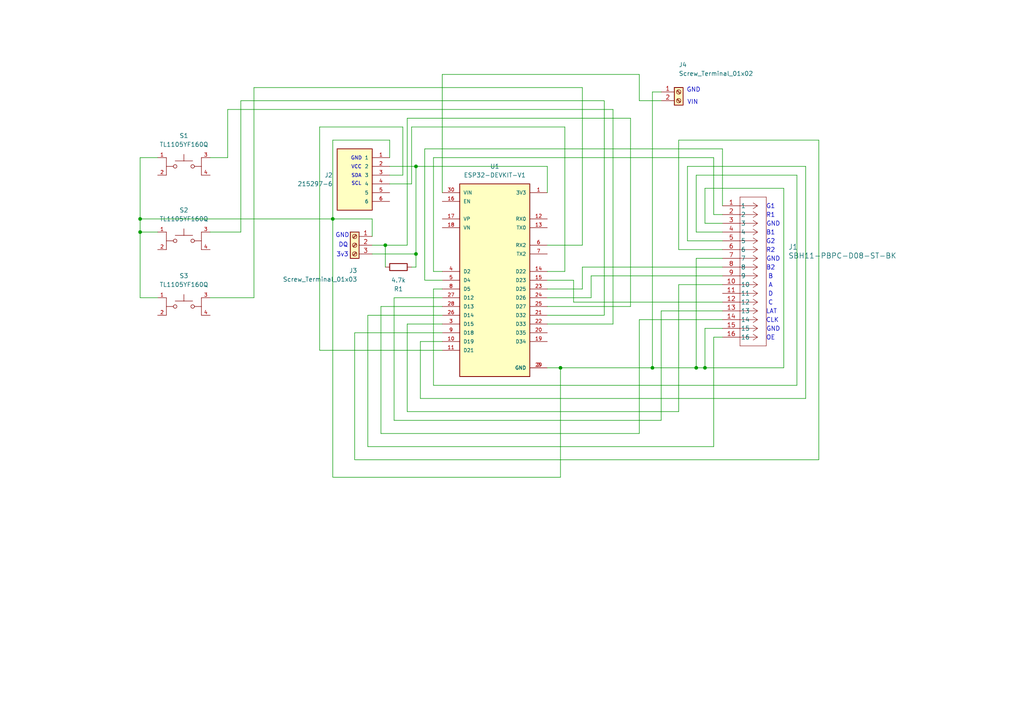
<source format=kicad_sch>
(kicad_sch (version 20250114) (generator "eeschema") (generator_version "9.0")
  (paper "A4")
  (lib_symbols
    (symbol "2025-08-25_13-41-09:SBH11-PBPC-D08-ST-BK" (pin_names (offset 0.254))
      (property "Reference" "J" (at 8.89 6.35 0))
      (property "Value" "SBH11-PBPC-D08-ST-BK" (at 0 0 0))
      (symbol "SBH11-PBPC-D08-ST-BK_1_1"
        (polyline (pts (xy 5.08 2.54) (xy 5.08 -40.64)) (stroke (width 0.127)))
        (polyline (pts (xy 5.08 -40.64) (xy 12.7 -40.64)) (stroke (width 0.127)))
        (polyline (pts (xy 10.16 0) (xy 5.08 0)) (stroke (width 0.127)))
        (polyline (pts (xy 10.16 0) (xy 8.89 0.8467)) (stroke (width 0.127)))
        (polyline (pts (xy 10.16 0) (xy 8.89 -0.8467)) (stroke (width 0.127)))
        (polyline (pts (xy 10.16 -2.54) (xy 5.08 -2.54)) (stroke (width 0.127)))
        (polyline (pts (xy 10.16 -2.54) (xy 8.89 -1.6933)) (stroke (width 0.127)))
        (polyline (pts (xy 10.16 -2.54) (xy 8.89 -3.3867)) (stroke (width 0.127)))
        (polyline (pts (xy 10.16 -5.08) (xy 5.08 -5.08)) (stroke (width 0.127)))
        (polyline (pts (xy 10.16 -5.08) (xy 8.89 -4.2333)) (stroke (width 0.127)))
        (polyline (pts (xy 10.16 -5.08) (xy 8.89 -5.9267)) (stroke (width 0.127)))
        (polyline (pts (xy 10.16 -7.62) (xy 5.08 -7.62)) (stroke (width 0.127)))
        (polyline (pts (xy 10.16 -7.62) (xy 8.89 -6.7733)) (stroke (width 0.127)))
        (polyline (pts (xy 10.16 -7.62) (xy 8.89 -8.4667)) (stroke (width 0.127)))
        (polyline (pts (xy 10.16 -10.16) (xy 5.08 -10.16)) (stroke (width 0.127)))
        (polyline (pts (xy 10.16 -10.16) (xy 8.89 -9.3133)) (stroke (width 0.127)))
        (polyline (pts (xy 10.16 -10.16) (xy 8.89 -11.0067)) (stroke (width 0.127)))
        (polyline (pts (xy 10.16 -12.7) (xy 5.08 -12.7)) (stroke (width 0.127)))
        (polyline (pts (xy 10.16 -12.7) (xy 8.89 -11.8533)) (stroke (width 0.127)))
        (polyline (pts (xy 10.16 -12.7) (xy 8.89 -13.5467)) (stroke (width 0.127)))
        (polyline (pts (xy 10.16 -15.24) (xy 5.08 -15.24)) (stroke (width 0.127)))
        (polyline (pts (xy 10.16 -15.24) (xy 8.89 -14.3933)) (stroke (width 0.127)))
        (polyline (pts (xy 10.16 -15.24) (xy 8.89 -16.0867)) (stroke (width 0.127)))
        (polyline (pts (xy 10.16 -17.78) (xy 5.08 -17.78)) (stroke (width 0.127)))
        (polyline (pts (xy 10.16 -17.78) (xy 8.89 -16.9333)) (stroke (width 0.127)))
        (polyline (pts (xy 10.16 -17.78) (xy 8.89 -18.6267)) (stroke (width 0.127)))
        (polyline (pts (xy 10.16 -20.32) (xy 5.08 -20.32)) (stroke (width 0.127)))
        (polyline (pts (xy 10.16 -20.32) (xy 8.89 -19.4733)) (stroke (width 0.127)))
        (polyline (pts (xy 10.16 -20.32) (xy 8.89 -21.1667)) (stroke (width 0.127)))
        (polyline (pts (xy 10.16 -22.86) (xy 5.08 -22.86)) (stroke (width 0.127)))
        (polyline (pts (xy 10.16 -22.86) (xy 8.89 -22.0133)) (stroke (width 0.127)))
        (polyline (pts (xy 10.16 -22.86) (xy 8.89 -23.7067)) (stroke (width 0.127)))
        (polyline (pts (xy 10.16 -25.4) (xy 5.08 -25.4)) (stroke (width 0.127)))
        (polyline (pts (xy 10.16 -25.4) (xy 8.89 -24.5533)) (stroke (width 0.127)))
        (polyline (pts (xy 10.16 -25.4) (xy 8.89 -26.2467)) (stroke (width 0.127)))
        (polyline (pts (xy 10.16 -27.94) (xy 5.08 -27.94)) (stroke (width 0.127)))
        (polyline (pts (xy 10.16 -27.94) (xy 8.89 -27.0933)) (stroke (width 0.127)))
        (polyline (pts (xy 10.16 -27.94) (xy 8.89 -28.7867)) (stroke (width 0.127)))
        (polyline (pts (xy 10.16 -30.48) (xy 5.08 -30.48)) (stroke (width 0.127)))
        (polyline (pts (xy 10.16 -30.48) (xy 8.89 -29.6333)) (stroke (width 0.127)))
        (polyline (pts (xy 10.16 -30.48) (xy 8.89 -31.3267)) (stroke (width 0.127)))
        (polyline (pts (xy 10.16 -33.02) (xy 5.08 -33.02)) (stroke (width 0.127)))
        (polyline (pts (xy 10.16 -33.02) (xy 8.89 -32.1733)) (stroke (width 0.127)))
        (polyline (pts (xy 10.16 -33.02) (xy 8.89 -33.8667)) (stroke (width 0.127)))
        (polyline (pts (xy 10.16 -35.56) (xy 5.08 -35.56)) (stroke (width 0.127)))
        (polyline (pts (xy 10.16 -35.56) (xy 8.89 -34.7133)) (stroke (width 0.127)))
        (polyline (pts (xy 10.16 -35.56) (xy 8.89 -36.4067)) (stroke (width 0.127)))
        (polyline (pts (xy 10.16 -38.1) (xy 5.08 -38.1)) (stroke (width 0.127)))
        (polyline (pts (xy 10.16 -38.1) (xy 8.89 -37.2533)) (stroke (width 0.127)))
        (polyline (pts (xy 10.16 -38.1) (xy 8.89 -38.9467)) (stroke (width 0.127)))
        (polyline (pts (xy 12.7 2.54) (xy 5.08 2.54)) (stroke (width 0.127)))
        (polyline (pts (xy 12.7 -40.64) (xy 12.7 2.54)) (stroke (width 0.127)))
        (pin unspecified line (at 0 0 0) (length 5.08) (name "1") (number "1"))
        (pin unspecified line (at 0 -2.54 0) (length 5.08) (name "2") (number "2"))
        (pin unspecified line (at 0 -5.08 0) (length 5.08) (name "3") (number "3"))
        (pin unspecified line (at 0 -7.62 0) (length 5.08) (name "4") (number "4"))
        (pin unspecified line (at 0 -10.16 0) (length 5.08) (name "5") (number "5"))
        (pin unspecified line (at 0 -12.7 0) (length 5.08) (name "6") (number "6"))
        (pin unspecified line (at 0 -15.24 0) (length 5.08) (name "7") (number "7"))
        (pin unspecified line (at 0 -17.78 0) (length 5.08) (name "8") (number "8"))
        (pin unspecified line (at 0 -20.32 0) (length 5.08) (name "9") (number "9"))
        (pin unspecified line (at 0 -22.86 0) (length 5.08) (name "10") (number "10"))
        (pin unspecified line (at 0 -25.4 0) (length 5.08) (name "11") (number "11"))
        (pin unspecified line (at 0 -27.94 0) (length 5.08) (name "12") (number "12"))
        (pin unspecified line (at 0 -30.48 0) (length 5.08) (name "13") (number "13"))
        (pin unspecified line (at 0 -33.02 0) (length 5.08) (name "14") (number "14"))
        (pin unspecified line (at 0 -35.56 0) (length 5.08) (name "15") (number "15"))
        (pin unspecified line (at 0 -38.1 0) (length 5.08) (name "16") (number "16"))
      )
      (symbol "SBH11-PBPC-D08-ST-BK_1_2"
        (polyline (pts (xy 5.08 2.54) (xy 5.08 -40.64)) (stroke (width 0.127)))
        (polyline (pts (xy 5.08 -40.64) (xy 12.7 -40.64)) (stroke (width 0.127)))
        (polyline (pts (xy 7.62 0) (xy 5.08 0)) (stroke (width 0.127)))
        (polyline (pts (xy 7.62 0) (xy 8.89 0.8467)) (stroke (width 0.127)))
        (polyline (pts (xy 7.62 0) (xy 8.89 -0.8467)) (stroke (width 0.127)))
        (polyline (pts (xy 7.62 -2.54) (xy 5.08 -2.54)) (stroke (width 0.127)))
        (polyline (pts (xy 7.62 -2.54) (xy 8.89 -1.6933)) (stroke (width 0.127)))
        (polyline (pts (xy 7.62 -2.54) (xy 8.89 -3.3867)) (stroke (width 0.127)))
        (polyline (pts (xy 7.62 -5.08) (xy 5.08 -5.08)) (stroke (width 0.127)))
        (polyline (pts (xy 7.62 -5.08) (xy 8.89 -4.2333)) (stroke (width 0.127)))
        (polyline (pts (xy 7.62 -5.08) (xy 8.89 -5.9267)) (stroke (width 0.127)))
        (polyline (pts (xy 7.62 -7.62) (xy 5.08 -7.62)) (stroke (width 0.127)))
        (polyline (pts (xy 7.62 -7.62) (xy 8.89 -6.7733)) (stroke (width 0.127)))
        (polyline (pts (xy 7.62 -7.62) (xy 8.89 -8.4667)) (stroke (width 0.127)))
        (polyline (pts (xy 7.62 -10.16) (xy 5.08 -10.16)) (stroke (width 0.127)))
        (polyline (pts (xy 7.62 -10.16) (xy 8.89 -9.3133)) (stroke (width 0.127)))
        (polyline (pts (xy 7.62 -10.16) (xy 8.89 -11.0067)) (stroke (width 0.127)))
        (polyline (pts (xy 7.62 -12.7) (xy 5.08 -12.7)) (stroke (width 0.127)))
        (polyline (pts (xy 7.62 -12.7) (xy 8.89 -11.8533)) (stroke (width 0.127)))
        (polyline (pts (xy 7.62 -12.7) (xy 8.89 -13.5467)) (stroke (width 0.127)))
        (polyline (pts (xy 7.62 -15.24) (xy 5.08 -15.24)) (stroke (width 0.127)))
        (polyline (pts (xy 7.62 -15.24) (xy 8.89 -14.3933)) (stroke (width 0.127)))
        (polyline (pts (xy 7.62 -15.24) (xy 8.89 -16.0867)) (stroke (width 0.127)))
        (polyline (pts (xy 7.62 -17.78) (xy 5.08 -17.78)) (stroke (width 0.127)))
        (polyline (pts (xy 7.62 -17.78) (xy 8.89 -16.9333)) (stroke (width 0.127)))
        (polyline (pts (xy 7.62 -17.78) (xy 8.89 -18.6267)) (stroke (width 0.127)))
        (polyline (pts (xy 7.62 -20.32) (xy 5.08 -20.32)) (stroke (width 0.127)))
        (polyline (pts (xy 7.62 -20.32) (xy 8.89 -19.4733)) (stroke (width 0.127)))
        (polyline (pts (xy 7.62 -20.32) (xy 8.89 -21.1667)) (stroke (width 0.127)))
        (polyline (pts (xy 7.62 -22.86) (xy 5.08 -22.86)) (stroke (width 0.127)))
        (polyline (pts (xy 7.62 -22.86) (xy 8.89 -22.0133)) (stroke (width 0.127)))
        (polyline (pts (xy 7.62 -22.86) (xy 8.89 -23.7067)) (stroke (width 0.127)))
        (polyline (pts (xy 7.62 -25.4) (xy 5.08 -25.4)) (stroke (width 0.127)))
        (polyline (pts (xy 7.62 -25.4) (xy 8.89 -24.5533)) (stroke (width 0.127)))
        (polyline (pts (xy 7.62 -25.4) (xy 8.89 -26.2467)) (stroke (width 0.127)))
        (polyline (pts (xy 7.62 -27.94) (xy 5.08 -27.94)) (stroke (width 0.127)))
        (polyline (pts (xy 7.62 -27.94) (xy 8.89 -27.0933)) (stroke (width 0.127)))
        (polyline (pts (xy 7.62 -27.94) (xy 8.89 -28.7867)) (stroke (width 0.127)))
        (polyline (pts (xy 7.62 -30.48) (xy 5.08 -30.48)) (stroke (width 0.127)))
        (polyline (pts (xy 7.62 -30.48) (xy 8.89 -29.6333)) (stroke (width 0.127)))
        (polyline (pts (xy 7.62 -30.48) (xy 8.89 -31.3267)) (stroke (width 0.127)))
        (polyline (pts (xy 7.62 -33.02) (xy 5.08 -33.02)) (stroke (width 0.127)))
        (polyline (pts (xy 7.62 -33.02) (xy 8.89 -32.1733)) (stroke (width 0.127)))
        (polyline (pts (xy 7.62 -33.02) (xy 8.89 -33.8667)) (stroke (width 0.127)))
        (polyline (pts (xy 7.62 -35.56) (xy 5.08 -35.56)) (stroke (width 0.127)))
        (polyline (pts (xy 7.62 -35.56) (xy 8.89 -34.7133)) (stroke (width 0.127)))
        (polyline (pts (xy 7.62 -35.56) (xy 8.89 -36.4067)) (stroke (width 0.127)))
        (polyline (pts (xy 7.62 -38.1) (xy 5.08 -38.1)) (stroke (width 0.127)))
        (polyline (pts (xy 7.62 -38.1) (xy 8.89 -37.2533)) (stroke (width 0.127)))
        (polyline (pts (xy 7.62 -38.1) (xy 8.89 -38.9467)) (stroke (width 0.127)))
        (polyline (pts (xy 12.7 2.54) (xy 5.08 2.54)) (stroke (width 0.127)))
        (polyline (pts (xy 12.7 -40.64) (xy 12.7 2.54)) (stroke (width 0.127)))
        (pin unspecified line (at 0 0 0) (length 5.08) (name "1") (number "1"))
        (pin unspecified line (at 0 -2.54 0) (length 5.08) (name "2") (number "2"))
        (pin unspecified line (at 0 -5.08 0) (length 5.08) (name "3") (number "3"))
        (pin unspecified line (at 0 -7.62 0) (length 5.08) (name "4") (number "4"))
        (pin unspecified line (at 0 -10.16 0) (length 5.08) (name "5") (number "5"))
        (pin unspecified line (at 0 -12.7 0) (length 5.08) (name "6") (number "6"))
        (pin unspecified line (at 0 -15.24 0) (length 5.08) (name "7") (number "7"))
        (pin unspecified line (at 0 -17.78 0) (length 5.08) (name "8") (number "8"))
        (pin unspecified line (at 0 -20.32 0) (length 5.08) (name "9") (number "9"))
        (pin unspecified line (at 0 -22.86 0) (length 5.08) (name "10") (number "10"))
        (pin unspecified line (at 0 -25.4 0) (length 5.08) (name "11") (number "11"))
        (pin unspecified line (at 0 -27.94 0) (length 5.08) (name "12") (number "12"))
        (pin unspecified line (at 0 -30.48 0) (length 5.08) (name "13") (number "13"))
        (pin unspecified line (at 0 -33.02 0) (length 5.08) (name "14") (number "14"))
        (pin unspecified line (at 0 -35.56 0) (length 5.08) (name "15") (number "15"))
        (pin unspecified line (at 0 -38.1 0) (length 5.08) (name "16") (number "16"))
      )
    )
    (symbol "215297-6:215297-6" (pin_names (offset 1.016))
      (property "Reference" "J" (at -5.58 10.16 0))
      (property "Value" "215297-6" (at -5.08 -10.16 0))
      (symbol "215297-6_0_0"
        (rectangle (start -5.08 -7.62) (end 5.08 10.16) (stroke (width 0.254)) (fill (type background)))
        (pin passive line (at -10.16 7.62 0) (length 5.08) (name "1") (number "1"))
        (pin passive line (at -10.16 5.08 0) (length 5.08) (name "2") (number "2"))
        (pin passive line (at -10.16 2.54 0) (length 5.08) (name "3") (number "3"))
        (pin passive line (at -10.16 0 0) (length 5.08) (name "4") (number "4"))
        (pin passive line (at -10.16 -2.54 0) (length 5.08) (name "5") (number "5"))
        (pin passive line (at -10.16 -5.08 0) (length 5.08) (name "6") (number "6"))
      )
    )
    (symbol "Connector:Screw_Terminal_01x02" (pin_names (offset 1.016) (hide yes))
      (property "Reference" "J" (at 0 2.54 0))
      (property "Value" "Screw_Terminal_01x02" (at 0 -5.08 0))
      (symbol "Screw_Terminal_01x02_1_1"
        (rectangle (start -1.27 1.27) (end 1.27 -3.81) (stroke (width 0.254)) (fill (type background)))
        (polyline (pts (xy -0.5334 0.3302) (xy 0.3302 -0.508)) (stroke (width 0.1524)))
        (polyline (pts (xy -0.5334 -2.2098) (xy 0.3302 -3.048)) (stroke (width 0.1524)))
        (polyline (pts (xy -0.3556 0.508) (xy 0.508 -0.3302)) (stroke (width 0.1524)))
        (polyline (pts (xy -0.3556 -2.032) (xy 0.508 -2.8702)) (stroke (width 0.1524)))
        (circle (center 0 0) (radius 0.635) (stroke (width 0.1524)))
        (circle (center 0 -2.54) (radius 0.635) (stroke (width 0.1524)))
        (pin passive line (at -5.08 0 0) (length 3.81) (name "Pin_1") (number "1"))
        (pin passive line (at -5.08 -2.54 0) (length 3.81) (name "Pin_2") (number "2"))
      )
    )
    (symbol "Connector:Screw_Terminal_01x03" (pin_names (offset 1.016) (hide yes))
      (property "Reference" "J" (at 0 5.08 0))
      (property "Value" "Screw_Terminal_01x03" (at 0 -5.08 0))
      (symbol "Screw_Terminal_01x03_1_1"
        (rectangle (start -1.27 3.81) (end 1.27 -3.81) (stroke (width 0.254)) (fill (type background)))
        (polyline (pts (xy -0.5334 2.8702) (xy 0.3302 2.032)) (stroke (width 0.1524)))
        (polyline (pts (xy -0.5334 0.3302) (xy 0.3302 -0.508)) (stroke (width 0.1524)))
        (polyline (pts (xy -0.5334 -2.2098) (xy 0.3302 -3.048)) (stroke (width 0.1524)))
        (polyline (pts (xy -0.3556 3.048) (xy 0.508 2.2098)) (stroke (width 0.1524)))
        (polyline (pts (xy -0.3556 0.508) (xy 0.508 -0.3302)) (stroke (width 0.1524)))
        (polyline (pts (xy -0.3556 -2.032) (xy 0.508 -2.8702)) (stroke (width 0.1524)))
        (circle (center 0 2.54) (radius 0.635) (stroke (width 0.1524)))
        (circle (center 0 0) (radius 0.635) (stroke (width 0.1524)))
        (circle (center 0 -2.54) (radius 0.635) (stroke (width 0.1524)))
        (pin passive line (at -5.08 2.54 0) (length 3.81) (name "Pin_1") (number "1"))
        (pin passive line (at -5.08 0 0) (length 3.81) (name "Pin_2") (number "2"))
        (pin passive line (at -5.08 -2.54 0) (length 3.81) (name "Pin_3") (number "3"))
      )
    )
    (symbol "Device:R" (pin_numbers (hide yes)) (pin_names (offset 0))
      (property "Reference" "R" (at 2.032 0 90))
      (property "Value" "R" (at 0 0 90))
      (symbol "R_0_1"
        (rectangle (start -1.016 -2.54) (end 1.016 2.54) (stroke (width 0.254)))
      )
      (symbol "R_1_1"
        (pin passive line (at 0 3.81 270) (length 1.27) (name "~") (number "1"))
        (pin passive line (at 0 -3.81 90) (length 1.27) (name "~") (number "2"))
      )
    )
    (symbol "ESP32-DEVKIT-V1:ESP32-DEVKIT-V1" (pin_names (offset 1.016))
      (property "Reference" "U" (at -10.16 30.48 0))
      (property "Value" "ESP32-DEVKIT-V1" (at -10.16 -30.48 0))
      (symbol "ESP32-DEVKIT-V1_0_0"
        (rectangle (start -10.16 -27.94) (end 10.16 27.94) (stroke (width 0.254)) (fill (type background)))
        (pin input line (at -15.24 25.4 0) (length 5.08) (name "VIN") (number "30"))
        (pin input line (at -15.24 22.86 0) (length 5.08) (name "EN") (number "16"))
        (pin bidirectional line (at -15.24 17.78 0) (length 5.08) (name "VP") (number "17"))
        (pin bidirectional line (at -15.24 15.24 0) (length 5.08) (name "VN") (number "18"))
        (pin bidirectional line (at -15.24 2.54 0) (length 5.08) (name "D2") (number "4"))
        (pin bidirectional line (at -15.24 0 0) (length 5.08) (name "D4") (number "5"))
        (pin bidirectional line (at -15.24 -2.54 0) (length 5.08) (name "D5") (number "8"))
        (pin bidirectional line (at -15.24 -5.08 0) (length 5.08) (name "D12") (number "27"))
        (pin bidirectional line (at -15.24 -7.62 0) (length 5.08) (name "D13") (number "28"))
        (pin bidirectional line (at -15.24 -10.16 0) (length 5.08) (name "D14") (number "26"))
        (pin bidirectional line (at -15.24 -12.7 0) (length 5.08) (name "D15") (number "3"))
        (pin bidirectional line (at -15.24 -15.24 0) (length 5.08) (name "D18") (number "9"))
        (pin bidirectional line (at -15.24 -17.78 0) (length 5.08) (name "D19") (number "10"))
        (pin bidirectional line (at -15.24 -20.32 0) (length 5.08) (name "D21") (number "11"))
        (pin output line (at 15.24 25.4 180) (length 5.08) (name "3V3") (number "1"))
        (pin input line (at 15.24 17.78 180) (length 5.08) (name "RX0") (number "12"))
        (pin output line (at 15.24 15.24 180) (length 5.08) (name "TX0") (number "13"))
        (pin input line (at 15.24 10.16 180) (length 5.08) (name "RX2") (number "6"))
        (pin output line (at 15.24 7.62 180) (length 5.08) (name "TX2") (number "7"))
        (pin bidirectional line (at 15.24 2.54 180) (length 5.08) (name "D22") (number "14"))
        (pin bidirectional line (at 15.24 0 180) (length 5.08) (name "D23") (number "15"))
        (pin bidirectional line (at 15.24 -2.54 180) (length 5.08) (name "D25") (number "23"))
        (pin bidirectional line (at 15.24 -5.08 180) (length 5.08) (name "D26") (number "24"))
        (pin bidirectional line (at 15.24 -7.62 180) (length 5.08) (name "D27") (number "25"))
        (pin bidirectional line (at 15.24 -10.16 180) (length 5.08) (name "D32") (number "21"))
        (pin bidirectional line (at 15.24 -12.7 180) (length 5.08) (name "D33") (number "22"))
        (pin bidirectional line (at 15.24 -15.24 180) (length 5.08) (name "D35") (number "20"))
        (pin bidirectional line (at 15.24 -17.78 180) (length 5.08) (name "D34") (number "19"))
        (pin power_in line (at 15.24 -25.4 180) (length 5.08) (name "GND") (number "2"))
        (pin power_in line (at 15.24 -25.4 180) (length 5.08) (name "GND") (number "29"))
      )
    )
    (symbol "TL1105YF160Q:TL1105YF160Q" (pin_names (offset 1.016))
      (property "Reference" "S" (at -5.08 5.08 0))
      (property "Value" "TL1105YF160Q" (at -5.08 -5.08 0))
      (symbol "TL1105YF160Q_0_0"
        (polyline (pts (xy -5.08 2.54) (xy -5.08 -2.54)) (stroke (width 0.1524)))
        (polyline (pts (xy -5.08 0) (xy -3.048 0)) (stroke (width 0.1524)))
        (polyline (pts (xy -2.54 1.5875) (xy 0 1.5875)) (stroke (width 0.1524)))
        (circle (center -2.54 0) (radius 0.508) (stroke (width 0.1524)))
        (polyline (pts (xy 0 1.5875) (xy 0 3.4925)) (stroke (width 0.1524)))
        (polyline (pts (xy 0 1.5875) (xy 2.54 1.5875)) (stroke (width 0.1524)))
        (circle (center 2.54 0) (radius 0.508) (stroke (width 0.1524)))
        (polyline (pts (xy 5.08 2.54) (xy 5.08 -2.54)) (stroke (width 0.1524)))
        (polyline (pts (xy 5.08 0) (xy 3.048 0)) (stroke (width 0.1524)))
        (pin passive line (at -7.62 2.54 0) (length 2.54) (name "~") (number "1"))
        (pin passive line (at -7.62 -2.54 0) (length 2.54) (name "~") (number "2"))
        (pin passive line (at 7.62 2.54 180) (length 2.54) (name "~") (number "3"))
        (pin passive line (at 7.62 -2.54 180) (length 2.54) (name "~") (number "4"))
      )
    )
  )
  (text "GND" (at 224.282 65.024 0) (effects (font (size 1.27 1.27))))
  (text "B1" (at 223.52 67.564 0) (effects (font (size 1.27 1.27))))
  (text "VCC" (at 103.378 48.514 0) (effects (font (size 1.016 1.016))))
  (text "C" (at 223.52 87.884 0) (effects (font (size 1.27 1.27))))
  (text "D" (at 223.52 85.344 0) (effects (font (size 1.27 1.27))))
  (text "SDA" (at 103.378 51.054 0) (effects (font (size 1.016 1.016))))
  (text "OE" (at 223.52 98.044 0) (effects (font (size 1.27 1.27))))
  (text "SCL" (at 103.378 53.34 0) (effects (font (size 1.016 1.016))))
  (text "3v3" (at 99.314 73.914 0) (effects (font (size 1.27 1.27))))
  (text "R1" (at 223.52 62.484 0) (effects (font (size 1.27 1.27))))
  (text "R2" (at 223.52 72.644 0) (effects (font (size 1.27 1.27))))
  (text "G1" (at 223.52 59.944 0) (effects (font (size 1.27 1.27))))
  (text "GND" (at 224.282 75.184 0) (effects (font (size 1.27 1.27))))
  (text "GND" (at 99.314 68.326 0) (effects (font (size 1.27 1.27))))
  (text "CLK" (at 224.028 92.964 0) (effects (font (size 1.27 1.27))))
  (text "B2" (at 223.52 77.724 0) (effects (font (size 1.27 1.27))))
  (text "GND" (at 201.168 26.162 0) (effects (font (size 1.27 1.27))))
  (text "VIN" (at 200.914 29.718 0) (effects (font (size 1.27 1.27))))
  (text "A" (at 223.52 82.804 0) (effects (font (size 1.27 1.27))))
  (text "GND" (at 224.282 95.504 0) (effects (font (size 1.27 1.27))))
  (text "DQ" (at 99.568 71.12 0) (effects (font (size 1.27 1.27))))
  (text "GND" (at 103.378 45.974 0) (effects (font (size 1.016 1.016))))
  (text "B" (at 223.52 80.264 0) (effects (font (size 1.27 1.27))))
  (text "G2" (at 223.52 70.104 0) (effects (font (size 1.27 1.27))))
  (text "LAT" (at 223.774 90.424 0) (effects (font (size 1.27 1.27))))
  (junction (at 111.76 71.12))
  (junction (at 120.65 73.66))
  (junction (at 162.56 106.68))
  (junction (at 96.52 63.5))
  (junction (at 40.64 63.5))
  (junction (at 204.47 106.68))
  (junction (at 120.65 48.26))
  (junction (at 189.23 106.68))
  (junction (at 201.93 106.68))
  (junction (at 40.64 67.31))
  (wire (pts (xy 158.75 88.9) (xy 182.88 88.9)))
  (wire (pts (xy 177.8 93.98) (xy 177.8 31.75)))
  (wire (pts (xy 107.95 73.66) (xy 120.65 73.66)))
  (wire (pts (xy 158.75 48.26) (xy 158.75 55.88)))
  (wire (pts (xy 114.3 86.36) (xy 128.27 86.36)))
  (wire (pts (xy 123.19 81.28) (xy 128.27 81.28)))
  (wire (pts (xy 185.42 21.59) (xy 185.42 29.21)))
  (wire (pts (xy 209.55 87.63) (xy 166.37 87.63)))
  (wire (pts (xy 113.03 40.64) (xy 96.52 40.64)))
  (wire (pts (xy 158.75 71.12) (xy 168.91 71.12)))
  (wire (pts (xy 45.72 86.36) (xy 40.64 86.36)))
  (wire (pts (xy 128.27 83.82) (xy 125.73 83.82)))
  (wire (pts (xy 201.93 67.31) (xy 209.55 67.31)))
  (wire (pts (xy 119.38 53.34) (xy 113.03 53.34)))
  (wire (pts (xy 110.49 125.73) (xy 185.42 125.73)))
  (wire (pts (xy 209.55 95.25) (xy 204.47 95.25)))
  (wire (pts (xy 182.88 88.9) (xy 182.88 34.29)))
  (wire (pts (xy 182.88 34.29) (xy 118.11 34.29)))
  (wire (pts (xy 96.52 63.5) (xy 96.52 138.43)))
  (wire (pts (xy 113.03 48.26) (xy 120.65 48.26)))
  (wire (pts (xy 128.27 101.6) (xy 92.71 101.6)))
  (wire (pts (xy 191.77 26.67) (xy 189.23 26.67)))
  (wire (pts (xy 175.26 29.21) (xy 69.85 29.21)))
  (wire (pts (xy 162.56 106.68) (xy 189.23 106.68)))
  (wire (pts (xy 199.39 69.85) (xy 199.39 48.26)))
  (wire (pts (xy 106.68 129.54) (xy 207.01 129.54)))
  (wire (pts (xy 40.64 67.31) (xy 40.64 86.36)))
  (wire (pts (xy 128.27 78.74) (xy 125.73 78.74)))
  (wire (pts (xy 233.68 48.26) (xy 233.68 115.57)))
  (wire (pts (xy 171.45 80.01) (xy 209.55 80.01)))
  (wire (pts (xy 128.27 88.9) (xy 110.49 88.9)))
  (wire (pts (xy 196.85 119.38) (xy 118.11 119.38)))
  (wire (pts (xy 204.47 54.61) (xy 227.33 54.61)))
  (wire (pts (xy 128.27 91.44) (xy 106.68 91.44)))
  (wire (pts (xy 118.11 34.29) (xy 118.11 71.12)))
  (wire (pts (xy 66.04 31.75) (xy 66.04 45.72)))
  (wire (pts (xy 73.66 25.4) (xy 73.66 86.36)))
  (wire (pts (xy 209.55 82.55) (xy 196.85 82.55)))
  (wire (pts (xy 209.55 77.47) (xy 168.91 77.47)))
  (wire (pts (xy 204.47 95.25) (xy 204.47 106.68)))
  (wire (pts (xy 168.91 83.82) (xy 158.75 83.82)))
  (wire (pts (xy 120.65 73.66) (xy 120.65 48.26)))
  (wire (pts (xy 231.14 111.76) (xy 231.14 50.8)))
  (wire (pts (xy 209.55 64.77) (xy 204.47 64.77)))
  (wire (pts (xy 204.47 64.77) (xy 204.47 54.61)))
  (wire (pts (xy 209.55 74.93) (xy 201.93 74.93)))
  (wire (pts (xy 113.03 45.72) (xy 113.03 40.64)))
  (wire (pts (xy 114.3 121.92) (xy 114.3 86.36)))
  (wire (pts (xy 163.83 36.83) (xy 119.38 36.83)))
  (wire (pts (xy 207.01 97.79) (xy 209.55 97.79)))
  (wire (pts (xy 92.71 101.6) (xy 92.71 36.83)))
  (wire (pts (xy 158.75 91.44) (xy 175.26 91.44)))
  (wire (pts (xy 121.92 99.06) (xy 128.27 99.06)))
  (wire (pts (xy 201.93 50.8) (xy 201.93 67.31)))
  (wire (pts (xy 227.33 106.68) (xy 204.47 106.68)))
  (wire (pts (xy 168.91 25.4) (xy 73.66 25.4)))
  (wire (pts (xy 199.39 48.26) (xy 233.68 48.26)))
  (wire (pts (xy 111.76 71.12) (xy 107.95 71.12)))
  (wire (pts (xy 121.92 115.57) (xy 121.92 99.06)))
  (wire (pts (xy 191.77 121.92) (xy 114.3 121.92)))
  (wire (pts (xy 185.42 92.71) (xy 209.55 92.71)))
  (wire (pts (xy 163.83 78.74) (xy 163.83 36.83)))
  (wire (pts (xy 120.65 48.26) (xy 158.75 48.26)))
  (wire (pts (xy 73.66 86.36) (xy 60.96 86.36)))
  (wire (pts (xy 207.01 45.72) (xy 207.01 62.23)))
  (wire (pts (xy 209.55 72.39) (xy 196.85 72.39)))
  (wire (pts (xy 189.23 26.67) (xy 189.23 106.68)))
  (wire (pts (xy 209.55 59.69) (xy 209.55 43.18)))
  (wire (pts (xy 209.55 69.85) (xy 199.39 69.85)))
  (wire (pts (xy 106.68 91.44) (xy 106.68 129.54)))
  (wire (pts (xy 196.85 82.55) (xy 196.85 119.38)))
  (wire (pts (xy 196.85 40.64) (xy 237.49 40.64)))
  (wire (pts (xy 128.27 55.88) (xy 128.27 21.59)))
  (wire (pts (xy 113.03 50.8) (xy 116.84 50.8)))
  (wire (pts (xy 191.77 90.17) (xy 191.77 121.92)))
  (wire (pts (xy 204.47 106.68) (xy 201.93 106.68)))
  (wire (pts (xy 123.19 43.18) (xy 123.19 81.28)))
  (wire (pts (xy 96.52 63.5) (xy 107.95 63.5)))
  (wire (pts (xy 233.68 115.57) (xy 121.92 115.57)))
  (wire (pts (xy 158.75 81.28) (xy 166.37 81.28)))
  (wire (pts (xy 231.14 50.8) (xy 201.93 50.8)))
  (wire (pts (xy 40.64 63.5) (xy 96.52 63.5)))
  (wire (pts (xy 175.26 91.44) (xy 175.26 29.21)))
  (wire (pts (xy 162.56 106.68) (xy 158.75 106.68)))
  (wire (pts (xy 111.76 71.12) (xy 111.76 77.47)))
  (wire (pts (xy 96.52 40.64) (xy 96.52 63.5)))
  (wire (pts (xy 110.49 88.9) (xy 110.49 125.73)))
  (wire (pts (xy 168.91 77.47) (xy 168.91 83.82)))
  (wire (pts (xy 40.64 67.31) (xy 40.64 63.5)))
  (wire (pts (xy 96.52 138.43) (xy 162.56 138.43)))
  (wire (pts (xy 166.37 87.63) (xy 166.37 81.28)))
  (wire (pts (xy 69.85 67.31) (xy 60.96 67.31)))
  (wire (pts (xy 116.84 36.83) (xy 116.84 50.8)))
  (wire (pts (xy 120.65 77.47) (xy 120.65 73.66)))
  (wire (pts (xy 125.73 78.74) (xy 125.73 45.72)))
  (wire (pts (xy 227.33 54.61) (xy 227.33 106.68)))
  (wire (pts (xy 118.11 71.12) (xy 111.76 71.12)))
  (wire (pts (xy 237.49 133.35) (xy 102.87 133.35)))
  (wire (pts (xy 107.95 68.58) (xy 107.95 63.5)))
  (wire (pts (xy 185.42 125.73) (xy 185.42 92.71)))
  (wire (pts (xy 125.73 45.72) (xy 207.01 45.72)))
  (wire (pts (xy 92.71 36.83) (xy 116.84 36.83)))
  (wire (pts (xy 196.85 72.39) (xy 196.85 40.64)))
  (wire (pts (xy 118.11 119.38) (xy 118.11 93.98)))
  (wire (pts (xy 158.75 86.36) (xy 171.45 86.36)))
  (wire (pts (xy 237.49 40.64) (xy 237.49 133.35)))
  (wire (pts (xy 102.87 133.35) (xy 102.87 96.52)))
  (wire (pts (xy 118.11 93.98) (xy 128.27 93.98)))
  (wire (pts (xy 40.64 45.72) (xy 40.64 63.5)))
  (wire (pts (xy 40.64 67.31) (xy 45.72 67.31)))
  (wire (pts (xy 102.87 96.52) (xy 128.27 96.52)))
  (wire (pts (xy 207.01 62.23) (xy 209.55 62.23)))
  (wire (pts (xy 171.45 86.36) (xy 171.45 80.01)))
  (wire (pts (xy 201.93 74.93) (xy 201.93 106.68)))
  (wire (pts (xy 128.27 21.59) (xy 185.42 21.59)))
  (wire (pts (xy 168.91 71.12) (xy 168.91 25.4)))
  (wire (pts (xy 189.23 106.68) (xy 201.93 106.68)))
  (wire (pts (xy 207.01 129.54) (xy 207.01 97.79)))
  (wire (pts (xy 209.55 43.18) (xy 123.19 43.18)))
  (wire (pts (xy 119.38 36.83) (xy 119.38 53.34)))
  (wire (pts (xy 162.56 138.43) (xy 162.56 106.68)))
  (wire (pts (xy 158.75 93.98) (xy 177.8 93.98)))
  (wire (pts (xy 177.8 31.75) (xy 66.04 31.75)))
  (wire (pts (xy 45.72 45.72) (xy 40.64 45.72)))
  (wire (pts (xy 209.55 90.17) (xy 191.77 90.17)))
  (wire (pts (xy 119.38 77.47) (xy 120.65 77.47)))
  (wire (pts (xy 125.73 111.76) (xy 231.14 111.76)))
  (wire (pts (xy 66.04 45.72) (xy 60.96 45.72)))
  (wire (pts (xy 185.42 29.21) (xy 191.77 29.21)))
  (wire (pts (xy 158.75 78.74) (xy 163.83 78.74)))
  (wire (pts (xy 69.85 29.21) (xy 69.85 67.31)))
  (wire (pts (xy 125.73 83.82) (xy 125.73 111.76)))
  (symbol (lib_id "Connector:Screw_Terminal_01x03") (at 102.87 71.12 0) (mirror y) (unit 1)
    (property "Reference" "J3" (at 103.632 78.486 0) (effects (justify left)))
    (property "Value" "Screw_Terminal_01x03" (at 103.632 81.026 0) (effects (justify left)))
    (property "Footprint" "TerminalBlock:TerminalBlock_Altech_AK300-3_P5.00mm" (effects (hide yes)))
    (property "Description" "Generic screw terminal, single row, 01x03, script generated (kicad-library-utils/schlib/autogen/connector/)" (effects (hide yes)))
  )
  (symbol (lib_id "2025-08-25_13-41-09:SBH11-PBPC-D08-ST-BK") (at 209.55 59.69 0) (unit 1)
    (property "Reference" "J1" (at 228.6 71.628 0) (effects (font (size 1.524 1.524)) (justify left)))
    (property "Value" "SBH11-PBPC-D08-ST-BK" (at 228.6 74.168 0) (effects (font (size 1.524 1.524)) (justify left)))
    (property "Footprint" "CONN16_SBH11-PBPC-D08-ST-BK_SUL" (effects (hide yes)))
    (property "Datasheet" "SBH11-PBPC-D08-ST-BK" (effects (hide yes)))
  )
  (symbol (lib_id "TL1105YF160Q:TL1105YF160Q") (at 53.34 48.26 0) (unit 1)
    (property "Reference" "S1" (at 53.34 39.37 0))
    (property "Value" "TL1105YF160Q" (at 53.34 41.91 0))
    (property "Footprint" "TL1105YF160Q:SW_TL1105YF160Q" (effects (hide yes)))
    (property "PARTREV" "A" (effects (hide yes)))
    (property "STANDARD" "Manufacturer Recommendations" (effects (hide yes)))
    (property "SNAPEDA_PN" "TL1105DF160Q" (effects (hide yes)))
    (property "MAXIMUM_PACKAGE_HEIGHT" "13 mm" (effects (hide yes)))
    (property "MANUFACTURER" "E-Switch" (effects (hide yes)))
  )
  (symbol (lib_id "215297-6:215297-6") (at 102.87 53.34 0) (mirror y) (unit 1)
    (property "Reference" "J2" (at 96.52 50.7999 0) (effects (justify left)))
    (property "Value" "215297-6" (at 96.52 53.3399 0) (effects (justify left)))
    (property "Footprint" "215297_6:TE_215297-6" (effects (hide yes)))
    (property "PARTREV" "R" (effects (hide yes)))
    (property "STANDARD" "Manufacturer Recommendations" (effects (hide yes)))
    (property "MANUFACTURER" "TE" (effects (hide yes)))
  )
  (symbol (lib_id "Device:R") (at 115.57 77.47 270) (mirror x) (unit 1)
    (property "Reference" "R1" (at 115.57 83.82 90))
    (property "Value" "4.7k" (at 115.57 81.28 90))
    (property "Footprint" "Resistor_THT:R_Axial_DIN0204_L3.6mm_D1.6mm_P5.08mm_Horizontal" (effects (hide yes)))
    (property "Description" "Resistor" (effects (hide yes)))
  )
  (symbol (lib_id "ESP32-DEVKIT-V1:ESP32-DEVKIT-V1") (at 143.51 81.28 0) (unit 1)
    (property "Reference" "U1" (at 143.51 48.26 0))
    (property "Value" "ESP32-DEVKIT-V1" (at 143.51 50.8 0))
    (property "Footprint" "ESP32-DEVKIT-V1:MODULE_ESP32_DEVKIT_V1" (effects (hide yes)))
    (property "MF" "Do it" (effects (hide yes)))
    (property "MAXIMUM_PACKAGE_HEIGHT" "6.8 mm" (effects (hide yes)))
    (property "Package" "None" (effects (hide yes)))
    (property "Price" "None" (effects (hide yes)))
    (property "Check_prices" "https://www.snapeda.com/parts/ESP32-DEVKIT-V1/Do+it/view-part/?ref=eda" (effects (hide yes)))
    (property "STANDARD" "Manufacturer Recommendations" (effects (hide yes)))
    (property "PARTREV" "N/A" (effects (hide yes)))
    (property "SnapEDA_Link" "https://www.snapeda.com/parts/ESP32-DEVKIT-V1/Do+it/view-part/?ref=snap" (effects (hide yes)))
    (property "MP" "ESP32-DEVKIT-V1" (effects (hide yes)))
    (property "Description_1" "Dual core, Wi-Fi: 2.4 GHz up to 150 Mbits/s,BLE (Bluetooth Low Energy) and legacy Bluetooth, 32 bits, Up to 240 MHz" (effects (hide yes)))
    (property "Availability" "Not in stock" (effects (hide yes)))
    (property "MANUFACTURER" "DOIT" (effects (hide yes)))
  )
  (symbol (lib_id "TL1105YF160Q:TL1105YF160Q") (at 53.34 88.9 0) (unit 1)
    (property "Reference" "S3" (at 53.34 80.01 0))
    (property "Value" "TL1105YF160Q" (at 53.34 82.55 0))
    (property "Footprint" "TL1105YF160Q:SW_TL1105YF160Q" (effects (hide yes)))
    (property "PARTREV" "A" (effects (hide yes)))
    (property "STANDARD" "Manufacturer Recommendations" (effects (hide yes)))
    (property "SNAPEDA_PN" "TL1105DF160Q" (effects (hide yes)))
    (property "MAXIMUM_PACKAGE_HEIGHT" "13 mm" (effects (hide yes)))
    (property "MANUFACTURER" "E-Switch" (effects (hide yes)))
  )
  (symbol (lib_id "Connector:Screw_Terminal_01x02") (at 196.85 26.67 0) (unit 1)
    (property "Reference" "J4" (at 196.85 18.796 0) (effects (justify left)))
    (property "Value" "Screw_Terminal_01x02" (at 196.85 21.336 0) (effects (justify left)))
    (property "Footprint" "TerminalBlock:TerminalBlock_Altech_AK300-2_P5.00mm" (effects (hide yes)))
    (property "Description" "Generic screw terminal, single row, 01x02, script generated (kicad-library-utils/schlib/autogen/connector/)" (effects (hide yes)))
  )
  (symbol (lib_id "TL1105YF160Q:TL1105YF160Q") (at 53.34 69.85 0) (unit 1)
    (property "Reference" "S2" (at 53.34 60.96 0))
    (property "Value" "TL1105YF160Q" (at 53.34 63.5 0))
    (property "Footprint" "TL1105YF160Q:SW_TL1105YF160Q" (effects (hide yes)))
    (property "PARTREV" "A" (effects (hide yes)))
    (property "STANDARD" "Manufacturer Recommendations" (effects (hide yes)))
    (property "SNAPEDA_PN" "TL1105DF160Q" (effects (hide yes)))
    (property "MAXIMUM_PACKAGE_HEIGHT" "13 mm" (effects (hide yes)))
    (property "MANUFACTURER" "E-Switch" (effects (hide yes)))
  )
)
</source>
